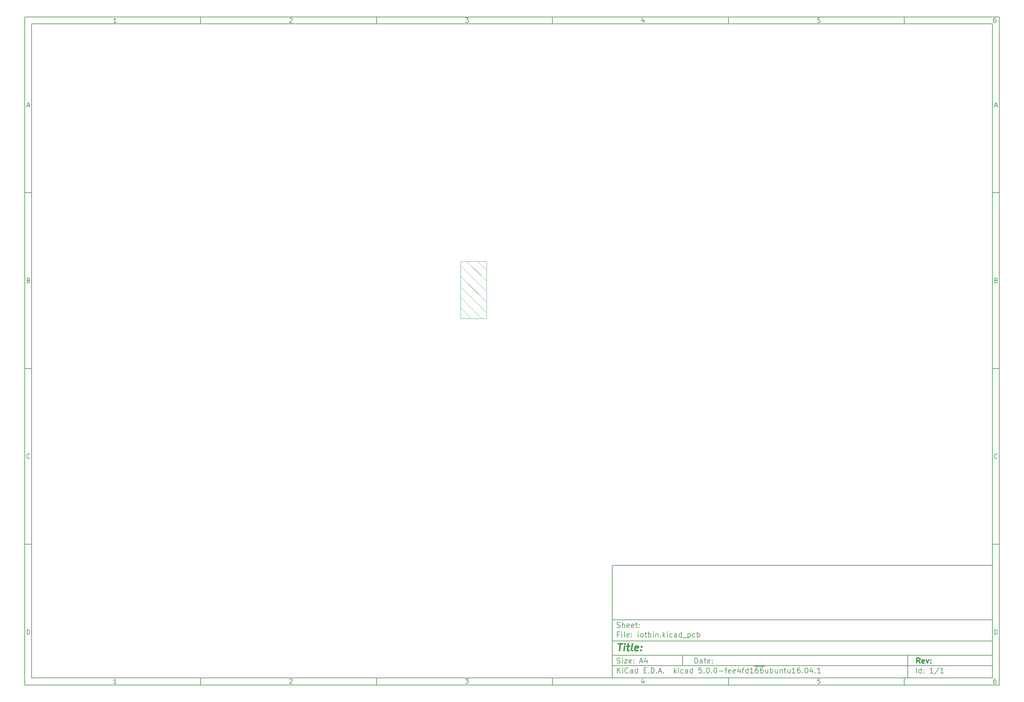
<source format=gbr>
G04 #@! TF.GenerationSoftware,KiCad,Pcbnew,5.0.0-fee4fd1~66~ubuntu16.04.1*
G04 #@! TF.CreationDate,2018-09-18T23:27:24+02:00*
G04 #@! TF.ProjectId,iotbin,696F7462696E2E6B696361645F706362,rev?*
G04 #@! TF.SameCoordinates,Original*
G04 #@! TF.FileFunction,Drawing*
%FSLAX46Y46*%
G04 Gerber Fmt 4.6, Leading zero omitted, Abs format (unit mm)*
G04 Created by KiCad (PCBNEW 5.0.0-fee4fd1~66~ubuntu16.04.1) date Tue Sep 18 23:27:24 2018*
%MOMM*%
%LPD*%
G01*
G04 APERTURE LIST*
%ADD10C,0.100000*%
%ADD11C,0.150000*%
%ADD12C,0.300000*%
%ADD13C,0.400000*%
%ADD14C,0.120000*%
G04 APERTURE END LIST*
D10*
D11*
X177002200Y-166007200D02*
X177002200Y-198007200D01*
X285002200Y-198007200D01*
X285002200Y-166007200D01*
X177002200Y-166007200D01*
D10*
D11*
X10000000Y-10000000D02*
X10000000Y-200007200D01*
X287002200Y-200007200D01*
X287002200Y-10000000D01*
X10000000Y-10000000D01*
D10*
D11*
X12000000Y-12000000D02*
X12000000Y-198007200D01*
X285002200Y-198007200D01*
X285002200Y-12000000D01*
X12000000Y-12000000D01*
D10*
D11*
X60000000Y-12000000D02*
X60000000Y-10000000D01*
D10*
D11*
X110000000Y-12000000D02*
X110000000Y-10000000D01*
D10*
D11*
X160000000Y-12000000D02*
X160000000Y-10000000D01*
D10*
D11*
X210000000Y-12000000D02*
X210000000Y-10000000D01*
D10*
D11*
X260000000Y-12000000D02*
X260000000Y-10000000D01*
D10*
D11*
X36065476Y-11588095D02*
X35322619Y-11588095D01*
X35694047Y-11588095D02*
X35694047Y-10288095D01*
X35570238Y-10473809D01*
X35446428Y-10597619D01*
X35322619Y-10659523D01*
D10*
D11*
X85322619Y-10411904D02*
X85384523Y-10350000D01*
X85508333Y-10288095D01*
X85817857Y-10288095D01*
X85941666Y-10350000D01*
X86003571Y-10411904D01*
X86065476Y-10535714D01*
X86065476Y-10659523D01*
X86003571Y-10845238D01*
X85260714Y-11588095D01*
X86065476Y-11588095D01*
D10*
D11*
X135260714Y-10288095D02*
X136065476Y-10288095D01*
X135632142Y-10783333D01*
X135817857Y-10783333D01*
X135941666Y-10845238D01*
X136003571Y-10907142D01*
X136065476Y-11030952D01*
X136065476Y-11340476D01*
X136003571Y-11464285D01*
X135941666Y-11526190D01*
X135817857Y-11588095D01*
X135446428Y-11588095D01*
X135322619Y-11526190D01*
X135260714Y-11464285D01*
D10*
D11*
X185941666Y-10721428D02*
X185941666Y-11588095D01*
X185632142Y-10226190D02*
X185322619Y-11154761D01*
X186127380Y-11154761D01*
D10*
D11*
X236003571Y-10288095D02*
X235384523Y-10288095D01*
X235322619Y-10907142D01*
X235384523Y-10845238D01*
X235508333Y-10783333D01*
X235817857Y-10783333D01*
X235941666Y-10845238D01*
X236003571Y-10907142D01*
X236065476Y-11030952D01*
X236065476Y-11340476D01*
X236003571Y-11464285D01*
X235941666Y-11526190D01*
X235817857Y-11588095D01*
X235508333Y-11588095D01*
X235384523Y-11526190D01*
X235322619Y-11464285D01*
D10*
D11*
X285941666Y-10288095D02*
X285694047Y-10288095D01*
X285570238Y-10350000D01*
X285508333Y-10411904D01*
X285384523Y-10597619D01*
X285322619Y-10845238D01*
X285322619Y-11340476D01*
X285384523Y-11464285D01*
X285446428Y-11526190D01*
X285570238Y-11588095D01*
X285817857Y-11588095D01*
X285941666Y-11526190D01*
X286003571Y-11464285D01*
X286065476Y-11340476D01*
X286065476Y-11030952D01*
X286003571Y-10907142D01*
X285941666Y-10845238D01*
X285817857Y-10783333D01*
X285570238Y-10783333D01*
X285446428Y-10845238D01*
X285384523Y-10907142D01*
X285322619Y-11030952D01*
D10*
D11*
X60000000Y-198007200D02*
X60000000Y-200007200D01*
D10*
D11*
X110000000Y-198007200D02*
X110000000Y-200007200D01*
D10*
D11*
X160000000Y-198007200D02*
X160000000Y-200007200D01*
D10*
D11*
X210000000Y-198007200D02*
X210000000Y-200007200D01*
D10*
D11*
X260000000Y-198007200D02*
X260000000Y-200007200D01*
D10*
D11*
X36065476Y-199595295D02*
X35322619Y-199595295D01*
X35694047Y-199595295D02*
X35694047Y-198295295D01*
X35570238Y-198481009D01*
X35446428Y-198604819D01*
X35322619Y-198666723D01*
D10*
D11*
X85322619Y-198419104D02*
X85384523Y-198357200D01*
X85508333Y-198295295D01*
X85817857Y-198295295D01*
X85941666Y-198357200D01*
X86003571Y-198419104D01*
X86065476Y-198542914D01*
X86065476Y-198666723D01*
X86003571Y-198852438D01*
X85260714Y-199595295D01*
X86065476Y-199595295D01*
D10*
D11*
X135260714Y-198295295D02*
X136065476Y-198295295D01*
X135632142Y-198790533D01*
X135817857Y-198790533D01*
X135941666Y-198852438D01*
X136003571Y-198914342D01*
X136065476Y-199038152D01*
X136065476Y-199347676D01*
X136003571Y-199471485D01*
X135941666Y-199533390D01*
X135817857Y-199595295D01*
X135446428Y-199595295D01*
X135322619Y-199533390D01*
X135260714Y-199471485D01*
D10*
D11*
X185941666Y-198728628D02*
X185941666Y-199595295D01*
X185632142Y-198233390D02*
X185322619Y-199161961D01*
X186127380Y-199161961D01*
D10*
D11*
X236003571Y-198295295D02*
X235384523Y-198295295D01*
X235322619Y-198914342D01*
X235384523Y-198852438D01*
X235508333Y-198790533D01*
X235817857Y-198790533D01*
X235941666Y-198852438D01*
X236003571Y-198914342D01*
X236065476Y-199038152D01*
X236065476Y-199347676D01*
X236003571Y-199471485D01*
X235941666Y-199533390D01*
X235817857Y-199595295D01*
X235508333Y-199595295D01*
X235384523Y-199533390D01*
X235322619Y-199471485D01*
D10*
D11*
X285941666Y-198295295D02*
X285694047Y-198295295D01*
X285570238Y-198357200D01*
X285508333Y-198419104D01*
X285384523Y-198604819D01*
X285322619Y-198852438D01*
X285322619Y-199347676D01*
X285384523Y-199471485D01*
X285446428Y-199533390D01*
X285570238Y-199595295D01*
X285817857Y-199595295D01*
X285941666Y-199533390D01*
X286003571Y-199471485D01*
X286065476Y-199347676D01*
X286065476Y-199038152D01*
X286003571Y-198914342D01*
X285941666Y-198852438D01*
X285817857Y-198790533D01*
X285570238Y-198790533D01*
X285446428Y-198852438D01*
X285384523Y-198914342D01*
X285322619Y-199038152D01*
D10*
D11*
X10000000Y-60000000D02*
X12000000Y-60000000D01*
D10*
D11*
X10000000Y-110000000D02*
X12000000Y-110000000D01*
D10*
D11*
X10000000Y-160000000D02*
X12000000Y-160000000D01*
D10*
D11*
X10690476Y-35216666D02*
X11309523Y-35216666D01*
X10566666Y-35588095D02*
X11000000Y-34288095D01*
X11433333Y-35588095D01*
D10*
D11*
X11092857Y-84907142D02*
X11278571Y-84969047D01*
X11340476Y-85030952D01*
X11402380Y-85154761D01*
X11402380Y-85340476D01*
X11340476Y-85464285D01*
X11278571Y-85526190D01*
X11154761Y-85588095D01*
X10659523Y-85588095D01*
X10659523Y-84288095D01*
X11092857Y-84288095D01*
X11216666Y-84350000D01*
X11278571Y-84411904D01*
X11340476Y-84535714D01*
X11340476Y-84659523D01*
X11278571Y-84783333D01*
X11216666Y-84845238D01*
X11092857Y-84907142D01*
X10659523Y-84907142D01*
D10*
D11*
X11402380Y-135464285D02*
X11340476Y-135526190D01*
X11154761Y-135588095D01*
X11030952Y-135588095D01*
X10845238Y-135526190D01*
X10721428Y-135402380D01*
X10659523Y-135278571D01*
X10597619Y-135030952D01*
X10597619Y-134845238D01*
X10659523Y-134597619D01*
X10721428Y-134473809D01*
X10845238Y-134350000D01*
X11030952Y-134288095D01*
X11154761Y-134288095D01*
X11340476Y-134350000D01*
X11402380Y-134411904D01*
D10*
D11*
X10659523Y-185588095D02*
X10659523Y-184288095D01*
X10969047Y-184288095D01*
X11154761Y-184350000D01*
X11278571Y-184473809D01*
X11340476Y-184597619D01*
X11402380Y-184845238D01*
X11402380Y-185030952D01*
X11340476Y-185278571D01*
X11278571Y-185402380D01*
X11154761Y-185526190D01*
X10969047Y-185588095D01*
X10659523Y-185588095D01*
D10*
D11*
X287002200Y-60000000D02*
X285002200Y-60000000D01*
D10*
D11*
X287002200Y-110000000D02*
X285002200Y-110000000D01*
D10*
D11*
X287002200Y-160000000D02*
X285002200Y-160000000D01*
D10*
D11*
X285692676Y-35216666D02*
X286311723Y-35216666D01*
X285568866Y-35588095D02*
X286002200Y-34288095D01*
X286435533Y-35588095D01*
D10*
D11*
X286095057Y-84907142D02*
X286280771Y-84969047D01*
X286342676Y-85030952D01*
X286404580Y-85154761D01*
X286404580Y-85340476D01*
X286342676Y-85464285D01*
X286280771Y-85526190D01*
X286156961Y-85588095D01*
X285661723Y-85588095D01*
X285661723Y-84288095D01*
X286095057Y-84288095D01*
X286218866Y-84350000D01*
X286280771Y-84411904D01*
X286342676Y-84535714D01*
X286342676Y-84659523D01*
X286280771Y-84783333D01*
X286218866Y-84845238D01*
X286095057Y-84907142D01*
X285661723Y-84907142D01*
D10*
D11*
X286404580Y-135464285D02*
X286342676Y-135526190D01*
X286156961Y-135588095D01*
X286033152Y-135588095D01*
X285847438Y-135526190D01*
X285723628Y-135402380D01*
X285661723Y-135278571D01*
X285599819Y-135030952D01*
X285599819Y-134845238D01*
X285661723Y-134597619D01*
X285723628Y-134473809D01*
X285847438Y-134350000D01*
X286033152Y-134288095D01*
X286156961Y-134288095D01*
X286342676Y-134350000D01*
X286404580Y-134411904D01*
D10*
D11*
X285661723Y-185588095D02*
X285661723Y-184288095D01*
X285971247Y-184288095D01*
X286156961Y-184350000D01*
X286280771Y-184473809D01*
X286342676Y-184597619D01*
X286404580Y-184845238D01*
X286404580Y-185030952D01*
X286342676Y-185278571D01*
X286280771Y-185402380D01*
X286156961Y-185526190D01*
X285971247Y-185588095D01*
X285661723Y-185588095D01*
D10*
D11*
X200434342Y-193785771D02*
X200434342Y-192285771D01*
X200791485Y-192285771D01*
X201005771Y-192357200D01*
X201148628Y-192500057D01*
X201220057Y-192642914D01*
X201291485Y-192928628D01*
X201291485Y-193142914D01*
X201220057Y-193428628D01*
X201148628Y-193571485D01*
X201005771Y-193714342D01*
X200791485Y-193785771D01*
X200434342Y-193785771D01*
X202577200Y-193785771D02*
X202577200Y-193000057D01*
X202505771Y-192857200D01*
X202362914Y-192785771D01*
X202077200Y-192785771D01*
X201934342Y-192857200D01*
X202577200Y-193714342D02*
X202434342Y-193785771D01*
X202077200Y-193785771D01*
X201934342Y-193714342D01*
X201862914Y-193571485D01*
X201862914Y-193428628D01*
X201934342Y-193285771D01*
X202077200Y-193214342D01*
X202434342Y-193214342D01*
X202577200Y-193142914D01*
X203077200Y-192785771D02*
X203648628Y-192785771D01*
X203291485Y-192285771D02*
X203291485Y-193571485D01*
X203362914Y-193714342D01*
X203505771Y-193785771D01*
X203648628Y-193785771D01*
X204720057Y-193714342D02*
X204577200Y-193785771D01*
X204291485Y-193785771D01*
X204148628Y-193714342D01*
X204077200Y-193571485D01*
X204077200Y-193000057D01*
X204148628Y-192857200D01*
X204291485Y-192785771D01*
X204577200Y-192785771D01*
X204720057Y-192857200D01*
X204791485Y-193000057D01*
X204791485Y-193142914D01*
X204077200Y-193285771D01*
X205434342Y-193642914D02*
X205505771Y-193714342D01*
X205434342Y-193785771D01*
X205362914Y-193714342D01*
X205434342Y-193642914D01*
X205434342Y-193785771D01*
X205434342Y-192857200D02*
X205505771Y-192928628D01*
X205434342Y-193000057D01*
X205362914Y-192928628D01*
X205434342Y-192857200D01*
X205434342Y-193000057D01*
D10*
D11*
X177002200Y-194507200D02*
X285002200Y-194507200D01*
D10*
D11*
X178434342Y-196585771D02*
X178434342Y-195085771D01*
X179291485Y-196585771D02*
X178648628Y-195728628D01*
X179291485Y-195085771D02*
X178434342Y-195942914D01*
X179934342Y-196585771D02*
X179934342Y-195585771D01*
X179934342Y-195085771D02*
X179862914Y-195157200D01*
X179934342Y-195228628D01*
X180005771Y-195157200D01*
X179934342Y-195085771D01*
X179934342Y-195228628D01*
X181505771Y-196442914D02*
X181434342Y-196514342D01*
X181220057Y-196585771D01*
X181077200Y-196585771D01*
X180862914Y-196514342D01*
X180720057Y-196371485D01*
X180648628Y-196228628D01*
X180577200Y-195942914D01*
X180577200Y-195728628D01*
X180648628Y-195442914D01*
X180720057Y-195300057D01*
X180862914Y-195157200D01*
X181077200Y-195085771D01*
X181220057Y-195085771D01*
X181434342Y-195157200D01*
X181505771Y-195228628D01*
X182791485Y-196585771D02*
X182791485Y-195800057D01*
X182720057Y-195657200D01*
X182577200Y-195585771D01*
X182291485Y-195585771D01*
X182148628Y-195657200D01*
X182791485Y-196514342D02*
X182648628Y-196585771D01*
X182291485Y-196585771D01*
X182148628Y-196514342D01*
X182077200Y-196371485D01*
X182077200Y-196228628D01*
X182148628Y-196085771D01*
X182291485Y-196014342D01*
X182648628Y-196014342D01*
X182791485Y-195942914D01*
X184148628Y-196585771D02*
X184148628Y-195085771D01*
X184148628Y-196514342D02*
X184005771Y-196585771D01*
X183720057Y-196585771D01*
X183577200Y-196514342D01*
X183505771Y-196442914D01*
X183434342Y-196300057D01*
X183434342Y-195871485D01*
X183505771Y-195728628D01*
X183577200Y-195657200D01*
X183720057Y-195585771D01*
X184005771Y-195585771D01*
X184148628Y-195657200D01*
X186005771Y-195800057D02*
X186505771Y-195800057D01*
X186720057Y-196585771D02*
X186005771Y-196585771D01*
X186005771Y-195085771D01*
X186720057Y-195085771D01*
X187362914Y-196442914D02*
X187434342Y-196514342D01*
X187362914Y-196585771D01*
X187291485Y-196514342D01*
X187362914Y-196442914D01*
X187362914Y-196585771D01*
X188077200Y-196585771D02*
X188077200Y-195085771D01*
X188434342Y-195085771D01*
X188648628Y-195157200D01*
X188791485Y-195300057D01*
X188862914Y-195442914D01*
X188934342Y-195728628D01*
X188934342Y-195942914D01*
X188862914Y-196228628D01*
X188791485Y-196371485D01*
X188648628Y-196514342D01*
X188434342Y-196585771D01*
X188077200Y-196585771D01*
X189577200Y-196442914D02*
X189648628Y-196514342D01*
X189577200Y-196585771D01*
X189505771Y-196514342D01*
X189577200Y-196442914D01*
X189577200Y-196585771D01*
X190220057Y-196157200D02*
X190934342Y-196157200D01*
X190077200Y-196585771D02*
X190577200Y-195085771D01*
X191077200Y-196585771D01*
X191577200Y-196442914D02*
X191648628Y-196514342D01*
X191577200Y-196585771D01*
X191505771Y-196514342D01*
X191577200Y-196442914D01*
X191577200Y-196585771D01*
X194577200Y-196585771D02*
X194577200Y-195085771D01*
X194720057Y-196014342D02*
X195148628Y-196585771D01*
X195148628Y-195585771D02*
X194577200Y-196157200D01*
X195791485Y-196585771D02*
X195791485Y-195585771D01*
X195791485Y-195085771D02*
X195720057Y-195157200D01*
X195791485Y-195228628D01*
X195862914Y-195157200D01*
X195791485Y-195085771D01*
X195791485Y-195228628D01*
X197148628Y-196514342D02*
X197005771Y-196585771D01*
X196720057Y-196585771D01*
X196577200Y-196514342D01*
X196505771Y-196442914D01*
X196434342Y-196300057D01*
X196434342Y-195871485D01*
X196505771Y-195728628D01*
X196577200Y-195657200D01*
X196720057Y-195585771D01*
X197005771Y-195585771D01*
X197148628Y-195657200D01*
X198434342Y-196585771D02*
X198434342Y-195800057D01*
X198362914Y-195657200D01*
X198220057Y-195585771D01*
X197934342Y-195585771D01*
X197791485Y-195657200D01*
X198434342Y-196514342D02*
X198291485Y-196585771D01*
X197934342Y-196585771D01*
X197791485Y-196514342D01*
X197720057Y-196371485D01*
X197720057Y-196228628D01*
X197791485Y-196085771D01*
X197934342Y-196014342D01*
X198291485Y-196014342D01*
X198434342Y-195942914D01*
X199791485Y-196585771D02*
X199791485Y-195085771D01*
X199791485Y-196514342D02*
X199648628Y-196585771D01*
X199362914Y-196585771D01*
X199220057Y-196514342D01*
X199148628Y-196442914D01*
X199077200Y-196300057D01*
X199077200Y-195871485D01*
X199148628Y-195728628D01*
X199220057Y-195657200D01*
X199362914Y-195585771D01*
X199648628Y-195585771D01*
X199791485Y-195657200D01*
X202362914Y-195085771D02*
X201648628Y-195085771D01*
X201577200Y-195800057D01*
X201648628Y-195728628D01*
X201791485Y-195657200D01*
X202148628Y-195657200D01*
X202291485Y-195728628D01*
X202362914Y-195800057D01*
X202434342Y-195942914D01*
X202434342Y-196300057D01*
X202362914Y-196442914D01*
X202291485Y-196514342D01*
X202148628Y-196585771D01*
X201791485Y-196585771D01*
X201648628Y-196514342D01*
X201577200Y-196442914D01*
X203077200Y-196442914D02*
X203148628Y-196514342D01*
X203077200Y-196585771D01*
X203005771Y-196514342D01*
X203077200Y-196442914D01*
X203077200Y-196585771D01*
X204077200Y-195085771D02*
X204220057Y-195085771D01*
X204362914Y-195157200D01*
X204434342Y-195228628D01*
X204505771Y-195371485D01*
X204577200Y-195657200D01*
X204577200Y-196014342D01*
X204505771Y-196300057D01*
X204434342Y-196442914D01*
X204362914Y-196514342D01*
X204220057Y-196585771D01*
X204077200Y-196585771D01*
X203934342Y-196514342D01*
X203862914Y-196442914D01*
X203791485Y-196300057D01*
X203720057Y-196014342D01*
X203720057Y-195657200D01*
X203791485Y-195371485D01*
X203862914Y-195228628D01*
X203934342Y-195157200D01*
X204077200Y-195085771D01*
X205220057Y-196442914D02*
X205291485Y-196514342D01*
X205220057Y-196585771D01*
X205148628Y-196514342D01*
X205220057Y-196442914D01*
X205220057Y-196585771D01*
X206220057Y-195085771D02*
X206362914Y-195085771D01*
X206505771Y-195157200D01*
X206577200Y-195228628D01*
X206648628Y-195371485D01*
X206720057Y-195657200D01*
X206720057Y-196014342D01*
X206648628Y-196300057D01*
X206577200Y-196442914D01*
X206505771Y-196514342D01*
X206362914Y-196585771D01*
X206220057Y-196585771D01*
X206077200Y-196514342D01*
X206005771Y-196442914D01*
X205934342Y-196300057D01*
X205862914Y-196014342D01*
X205862914Y-195657200D01*
X205934342Y-195371485D01*
X206005771Y-195228628D01*
X206077200Y-195157200D01*
X206220057Y-195085771D01*
X207362914Y-196014342D02*
X208505771Y-196014342D01*
X209005771Y-195585771D02*
X209577200Y-195585771D01*
X209220057Y-196585771D02*
X209220057Y-195300057D01*
X209291485Y-195157200D01*
X209434342Y-195085771D01*
X209577200Y-195085771D01*
X210648628Y-196514342D02*
X210505771Y-196585771D01*
X210220057Y-196585771D01*
X210077200Y-196514342D01*
X210005771Y-196371485D01*
X210005771Y-195800057D01*
X210077200Y-195657200D01*
X210220057Y-195585771D01*
X210505771Y-195585771D01*
X210648628Y-195657200D01*
X210720057Y-195800057D01*
X210720057Y-195942914D01*
X210005771Y-196085771D01*
X211934342Y-196514342D02*
X211791485Y-196585771D01*
X211505771Y-196585771D01*
X211362914Y-196514342D01*
X211291485Y-196371485D01*
X211291485Y-195800057D01*
X211362914Y-195657200D01*
X211505771Y-195585771D01*
X211791485Y-195585771D01*
X211934342Y-195657200D01*
X212005771Y-195800057D01*
X212005771Y-195942914D01*
X211291485Y-196085771D01*
X213291485Y-195585771D02*
X213291485Y-196585771D01*
X212934342Y-195014342D02*
X212577200Y-196085771D01*
X213505771Y-196085771D01*
X213862914Y-195585771D02*
X214434342Y-195585771D01*
X214077200Y-196585771D02*
X214077200Y-195300057D01*
X214148628Y-195157200D01*
X214291485Y-195085771D01*
X214434342Y-195085771D01*
X215577200Y-196585771D02*
X215577200Y-195085771D01*
X215577200Y-196514342D02*
X215434342Y-196585771D01*
X215148628Y-196585771D01*
X215005771Y-196514342D01*
X214934342Y-196442914D01*
X214862914Y-196300057D01*
X214862914Y-195871485D01*
X214934342Y-195728628D01*
X215005771Y-195657200D01*
X215148628Y-195585771D01*
X215434342Y-195585771D01*
X215577200Y-195657200D01*
X217077200Y-196585771D02*
X216220057Y-196585771D01*
X216648628Y-196585771D02*
X216648628Y-195085771D01*
X216505771Y-195300057D01*
X216362914Y-195442914D01*
X216220057Y-195514342D01*
X217362914Y-194677200D02*
X218791485Y-194677200D01*
X218362914Y-195085771D02*
X218077200Y-195085771D01*
X217934342Y-195157200D01*
X217862914Y-195228628D01*
X217720057Y-195442914D01*
X217648628Y-195728628D01*
X217648628Y-196300057D01*
X217720057Y-196442914D01*
X217791485Y-196514342D01*
X217934342Y-196585771D01*
X218220057Y-196585771D01*
X218362914Y-196514342D01*
X218434342Y-196442914D01*
X218505771Y-196300057D01*
X218505771Y-195942914D01*
X218434342Y-195800057D01*
X218362914Y-195728628D01*
X218220057Y-195657200D01*
X217934342Y-195657200D01*
X217791485Y-195728628D01*
X217720057Y-195800057D01*
X217648628Y-195942914D01*
X218791485Y-194677200D02*
X220220057Y-194677200D01*
X219791485Y-195085771D02*
X219505771Y-195085771D01*
X219362914Y-195157200D01*
X219291485Y-195228628D01*
X219148628Y-195442914D01*
X219077200Y-195728628D01*
X219077200Y-196300057D01*
X219148628Y-196442914D01*
X219220057Y-196514342D01*
X219362914Y-196585771D01*
X219648628Y-196585771D01*
X219791485Y-196514342D01*
X219862914Y-196442914D01*
X219934342Y-196300057D01*
X219934342Y-195942914D01*
X219862914Y-195800057D01*
X219791485Y-195728628D01*
X219648628Y-195657200D01*
X219362914Y-195657200D01*
X219220057Y-195728628D01*
X219148628Y-195800057D01*
X219077200Y-195942914D01*
X221220057Y-195585771D02*
X221220057Y-196585771D01*
X220577200Y-195585771D02*
X220577200Y-196371485D01*
X220648628Y-196514342D01*
X220791485Y-196585771D01*
X221005771Y-196585771D01*
X221148628Y-196514342D01*
X221220057Y-196442914D01*
X221934342Y-196585771D02*
X221934342Y-195085771D01*
X221934342Y-195657200D02*
X222077200Y-195585771D01*
X222362914Y-195585771D01*
X222505771Y-195657200D01*
X222577200Y-195728628D01*
X222648628Y-195871485D01*
X222648628Y-196300057D01*
X222577200Y-196442914D01*
X222505771Y-196514342D01*
X222362914Y-196585771D01*
X222077200Y-196585771D01*
X221934342Y-196514342D01*
X223934342Y-195585771D02*
X223934342Y-196585771D01*
X223291485Y-195585771D02*
X223291485Y-196371485D01*
X223362914Y-196514342D01*
X223505771Y-196585771D01*
X223720057Y-196585771D01*
X223862914Y-196514342D01*
X223934342Y-196442914D01*
X224648628Y-195585771D02*
X224648628Y-196585771D01*
X224648628Y-195728628D02*
X224720057Y-195657200D01*
X224862914Y-195585771D01*
X225077200Y-195585771D01*
X225220057Y-195657200D01*
X225291485Y-195800057D01*
X225291485Y-196585771D01*
X225791485Y-195585771D02*
X226362914Y-195585771D01*
X226005771Y-195085771D02*
X226005771Y-196371485D01*
X226077200Y-196514342D01*
X226220057Y-196585771D01*
X226362914Y-196585771D01*
X227505771Y-195585771D02*
X227505771Y-196585771D01*
X226862914Y-195585771D02*
X226862914Y-196371485D01*
X226934342Y-196514342D01*
X227077200Y-196585771D01*
X227291485Y-196585771D01*
X227434342Y-196514342D01*
X227505771Y-196442914D01*
X229005771Y-196585771D02*
X228148628Y-196585771D01*
X228577200Y-196585771D02*
X228577200Y-195085771D01*
X228434342Y-195300057D01*
X228291485Y-195442914D01*
X228148628Y-195514342D01*
X230291485Y-195085771D02*
X230005771Y-195085771D01*
X229862914Y-195157200D01*
X229791485Y-195228628D01*
X229648628Y-195442914D01*
X229577200Y-195728628D01*
X229577200Y-196300057D01*
X229648628Y-196442914D01*
X229720057Y-196514342D01*
X229862914Y-196585771D01*
X230148628Y-196585771D01*
X230291485Y-196514342D01*
X230362914Y-196442914D01*
X230434342Y-196300057D01*
X230434342Y-195942914D01*
X230362914Y-195800057D01*
X230291485Y-195728628D01*
X230148628Y-195657200D01*
X229862914Y-195657200D01*
X229720057Y-195728628D01*
X229648628Y-195800057D01*
X229577200Y-195942914D01*
X231077200Y-196442914D02*
X231148628Y-196514342D01*
X231077200Y-196585771D01*
X231005771Y-196514342D01*
X231077200Y-196442914D01*
X231077200Y-196585771D01*
X232077200Y-195085771D02*
X232220057Y-195085771D01*
X232362914Y-195157200D01*
X232434342Y-195228628D01*
X232505771Y-195371485D01*
X232577200Y-195657200D01*
X232577200Y-196014342D01*
X232505771Y-196300057D01*
X232434342Y-196442914D01*
X232362914Y-196514342D01*
X232220057Y-196585771D01*
X232077200Y-196585771D01*
X231934342Y-196514342D01*
X231862914Y-196442914D01*
X231791485Y-196300057D01*
X231720057Y-196014342D01*
X231720057Y-195657200D01*
X231791485Y-195371485D01*
X231862914Y-195228628D01*
X231934342Y-195157200D01*
X232077200Y-195085771D01*
X233862914Y-195585771D02*
X233862914Y-196585771D01*
X233505771Y-195014342D02*
X233148628Y-196085771D01*
X234077200Y-196085771D01*
X234648628Y-196442914D02*
X234720057Y-196514342D01*
X234648628Y-196585771D01*
X234577200Y-196514342D01*
X234648628Y-196442914D01*
X234648628Y-196585771D01*
X236148628Y-196585771D02*
X235291485Y-196585771D01*
X235720057Y-196585771D02*
X235720057Y-195085771D01*
X235577200Y-195300057D01*
X235434342Y-195442914D01*
X235291485Y-195514342D01*
D10*
D11*
X177002200Y-191507200D02*
X285002200Y-191507200D01*
D10*
D12*
X264411485Y-193785771D02*
X263911485Y-193071485D01*
X263554342Y-193785771D02*
X263554342Y-192285771D01*
X264125771Y-192285771D01*
X264268628Y-192357200D01*
X264340057Y-192428628D01*
X264411485Y-192571485D01*
X264411485Y-192785771D01*
X264340057Y-192928628D01*
X264268628Y-193000057D01*
X264125771Y-193071485D01*
X263554342Y-193071485D01*
X265625771Y-193714342D02*
X265482914Y-193785771D01*
X265197200Y-193785771D01*
X265054342Y-193714342D01*
X264982914Y-193571485D01*
X264982914Y-193000057D01*
X265054342Y-192857200D01*
X265197200Y-192785771D01*
X265482914Y-192785771D01*
X265625771Y-192857200D01*
X265697200Y-193000057D01*
X265697200Y-193142914D01*
X264982914Y-193285771D01*
X266197200Y-192785771D02*
X266554342Y-193785771D01*
X266911485Y-192785771D01*
X267482914Y-193642914D02*
X267554342Y-193714342D01*
X267482914Y-193785771D01*
X267411485Y-193714342D01*
X267482914Y-193642914D01*
X267482914Y-193785771D01*
X267482914Y-192857200D02*
X267554342Y-192928628D01*
X267482914Y-193000057D01*
X267411485Y-192928628D01*
X267482914Y-192857200D01*
X267482914Y-193000057D01*
D10*
D11*
X178362914Y-193714342D02*
X178577200Y-193785771D01*
X178934342Y-193785771D01*
X179077200Y-193714342D01*
X179148628Y-193642914D01*
X179220057Y-193500057D01*
X179220057Y-193357200D01*
X179148628Y-193214342D01*
X179077200Y-193142914D01*
X178934342Y-193071485D01*
X178648628Y-193000057D01*
X178505771Y-192928628D01*
X178434342Y-192857200D01*
X178362914Y-192714342D01*
X178362914Y-192571485D01*
X178434342Y-192428628D01*
X178505771Y-192357200D01*
X178648628Y-192285771D01*
X179005771Y-192285771D01*
X179220057Y-192357200D01*
X179862914Y-193785771D02*
X179862914Y-192785771D01*
X179862914Y-192285771D02*
X179791485Y-192357200D01*
X179862914Y-192428628D01*
X179934342Y-192357200D01*
X179862914Y-192285771D01*
X179862914Y-192428628D01*
X180434342Y-192785771D02*
X181220057Y-192785771D01*
X180434342Y-193785771D01*
X181220057Y-193785771D01*
X182362914Y-193714342D02*
X182220057Y-193785771D01*
X181934342Y-193785771D01*
X181791485Y-193714342D01*
X181720057Y-193571485D01*
X181720057Y-193000057D01*
X181791485Y-192857200D01*
X181934342Y-192785771D01*
X182220057Y-192785771D01*
X182362914Y-192857200D01*
X182434342Y-193000057D01*
X182434342Y-193142914D01*
X181720057Y-193285771D01*
X183077200Y-193642914D02*
X183148628Y-193714342D01*
X183077200Y-193785771D01*
X183005771Y-193714342D01*
X183077200Y-193642914D01*
X183077200Y-193785771D01*
X183077200Y-192857200D02*
X183148628Y-192928628D01*
X183077200Y-193000057D01*
X183005771Y-192928628D01*
X183077200Y-192857200D01*
X183077200Y-193000057D01*
X184862914Y-193357200D02*
X185577200Y-193357200D01*
X184720057Y-193785771D02*
X185220057Y-192285771D01*
X185720057Y-193785771D01*
X186862914Y-192785771D02*
X186862914Y-193785771D01*
X186505771Y-192214342D02*
X186148628Y-193285771D01*
X187077200Y-193285771D01*
D10*
D11*
X263434342Y-196585771D02*
X263434342Y-195085771D01*
X264791485Y-196585771D02*
X264791485Y-195085771D01*
X264791485Y-196514342D02*
X264648628Y-196585771D01*
X264362914Y-196585771D01*
X264220057Y-196514342D01*
X264148628Y-196442914D01*
X264077200Y-196300057D01*
X264077200Y-195871485D01*
X264148628Y-195728628D01*
X264220057Y-195657200D01*
X264362914Y-195585771D01*
X264648628Y-195585771D01*
X264791485Y-195657200D01*
X265505771Y-196442914D02*
X265577200Y-196514342D01*
X265505771Y-196585771D01*
X265434342Y-196514342D01*
X265505771Y-196442914D01*
X265505771Y-196585771D01*
X265505771Y-195657200D02*
X265577200Y-195728628D01*
X265505771Y-195800057D01*
X265434342Y-195728628D01*
X265505771Y-195657200D01*
X265505771Y-195800057D01*
X268148628Y-196585771D02*
X267291485Y-196585771D01*
X267720057Y-196585771D02*
X267720057Y-195085771D01*
X267577200Y-195300057D01*
X267434342Y-195442914D01*
X267291485Y-195514342D01*
X269862914Y-195014342D02*
X268577200Y-196942914D01*
X271148628Y-196585771D02*
X270291485Y-196585771D01*
X270720057Y-196585771D02*
X270720057Y-195085771D01*
X270577200Y-195300057D01*
X270434342Y-195442914D01*
X270291485Y-195514342D01*
D10*
D11*
X177002200Y-187507200D02*
X285002200Y-187507200D01*
D10*
D13*
X178714580Y-188211961D02*
X179857438Y-188211961D01*
X179036009Y-190211961D02*
X179286009Y-188211961D01*
X180274104Y-190211961D02*
X180440771Y-188878628D01*
X180524104Y-188211961D02*
X180416961Y-188307200D01*
X180500295Y-188402438D01*
X180607438Y-188307200D01*
X180524104Y-188211961D01*
X180500295Y-188402438D01*
X181107438Y-188878628D02*
X181869342Y-188878628D01*
X181476485Y-188211961D02*
X181262200Y-189926247D01*
X181333628Y-190116723D01*
X181512200Y-190211961D01*
X181702676Y-190211961D01*
X182655057Y-190211961D02*
X182476485Y-190116723D01*
X182405057Y-189926247D01*
X182619342Y-188211961D01*
X184190771Y-190116723D02*
X183988390Y-190211961D01*
X183607438Y-190211961D01*
X183428866Y-190116723D01*
X183357438Y-189926247D01*
X183452676Y-189164342D01*
X183571723Y-188973866D01*
X183774104Y-188878628D01*
X184155057Y-188878628D01*
X184333628Y-188973866D01*
X184405057Y-189164342D01*
X184381247Y-189354819D01*
X183405057Y-189545295D01*
X185155057Y-190021485D02*
X185238390Y-190116723D01*
X185131247Y-190211961D01*
X185047914Y-190116723D01*
X185155057Y-190021485D01*
X185131247Y-190211961D01*
X185286009Y-188973866D02*
X185369342Y-189069104D01*
X185262200Y-189164342D01*
X185178866Y-189069104D01*
X185286009Y-188973866D01*
X185262200Y-189164342D01*
D10*
D11*
X178934342Y-185600057D02*
X178434342Y-185600057D01*
X178434342Y-186385771D02*
X178434342Y-184885771D01*
X179148628Y-184885771D01*
X179720057Y-186385771D02*
X179720057Y-185385771D01*
X179720057Y-184885771D02*
X179648628Y-184957200D01*
X179720057Y-185028628D01*
X179791485Y-184957200D01*
X179720057Y-184885771D01*
X179720057Y-185028628D01*
X180648628Y-186385771D02*
X180505771Y-186314342D01*
X180434342Y-186171485D01*
X180434342Y-184885771D01*
X181791485Y-186314342D02*
X181648628Y-186385771D01*
X181362914Y-186385771D01*
X181220057Y-186314342D01*
X181148628Y-186171485D01*
X181148628Y-185600057D01*
X181220057Y-185457200D01*
X181362914Y-185385771D01*
X181648628Y-185385771D01*
X181791485Y-185457200D01*
X181862914Y-185600057D01*
X181862914Y-185742914D01*
X181148628Y-185885771D01*
X182505771Y-186242914D02*
X182577200Y-186314342D01*
X182505771Y-186385771D01*
X182434342Y-186314342D01*
X182505771Y-186242914D01*
X182505771Y-186385771D01*
X182505771Y-185457200D02*
X182577200Y-185528628D01*
X182505771Y-185600057D01*
X182434342Y-185528628D01*
X182505771Y-185457200D01*
X182505771Y-185600057D01*
X184362914Y-186385771D02*
X184362914Y-185385771D01*
X184362914Y-184885771D02*
X184291485Y-184957200D01*
X184362914Y-185028628D01*
X184434342Y-184957200D01*
X184362914Y-184885771D01*
X184362914Y-185028628D01*
X185291485Y-186385771D02*
X185148628Y-186314342D01*
X185077200Y-186242914D01*
X185005771Y-186100057D01*
X185005771Y-185671485D01*
X185077200Y-185528628D01*
X185148628Y-185457200D01*
X185291485Y-185385771D01*
X185505771Y-185385771D01*
X185648628Y-185457200D01*
X185720057Y-185528628D01*
X185791485Y-185671485D01*
X185791485Y-186100057D01*
X185720057Y-186242914D01*
X185648628Y-186314342D01*
X185505771Y-186385771D01*
X185291485Y-186385771D01*
X186220057Y-185385771D02*
X186791485Y-185385771D01*
X186434342Y-184885771D02*
X186434342Y-186171485D01*
X186505771Y-186314342D01*
X186648628Y-186385771D01*
X186791485Y-186385771D01*
X187291485Y-186385771D02*
X187291485Y-184885771D01*
X187291485Y-185457200D02*
X187434342Y-185385771D01*
X187720057Y-185385771D01*
X187862914Y-185457200D01*
X187934342Y-185528628D01*
X188005771Y-185671485D01*
X188005771Y-186100057D01*
X187934342Y-186242914D01*
X187862914Y-186314342D01*
X187720057Y-186385771D01*
X187434342Y-186385771D01*
X187291485Y-186314342D01*
X188648628Y-186385771D02*
X188648628Y-185385771D01*
X188648628Y-184885771D02*
X188577200Y-184957200D01*
X188648628Y-185028628D01*
X188720057Y-184957200D01*
X188648628Y-184885771D01*
X188648628Y-185028628D01*
X189362914Y-185385771D02*
X189362914Y-186385771D01*
X189362914Y-185528628D02*
X189434342Y-185457200D01*
X189577200Y-185385771D01*
X189791485Y-185385771D01*
X189934342Y-185457200D01*
X190005771Y-185600057D01*
X190005771Y-186385771D01*
X190720057Y-186242914D02*
X190791485Y-186314342D01*
X190720057Y-186385771D01*
X190648628Y-186314342D01*
X190720057Y-186242914D01*
X190720057Y-186385771D01*
X191434342Y-186385771D02*
X191434342Y-184885771D01*
X191577200Y-185814342D02*
X192005771Y-186385771D01*
X192005771Y-185385771D02*
X191434342Y-185957200D01*
X192648628Y-186385771D02*
X192648628Y-185385771D01*
X192648628Y-184885771D02*
X192577200Y-184957200D01*
X192648628Y-185028628D01*
X192720057Y-184957200D01*
X192648628Y-184885771D01*
X192648628Y-185028628D01*
X194005771Y-186314342D02*
X193862914Y-186385771D01*
X193577200Y-186385771D01*
X193434342Y-186314342D01*
X193362914Y-186242914D01*
X193291485Y-186100057D01*
X193291485Y-185671485D01*
X193362914Y-185528628D01*
X193434342Y-185457200D01*
X193577200Y-185385771D01*
X193862914Y-185385771D01*
X194005771Y-185457200D01*
X195291485Y-186385771D02*
X195291485Y-185600057D01*
X195220057Y-185457200D01*
X195077200Y-185385771D01*
X194791485Y-185385771D01*
X194648628Y-185457200D01*
X195291485Y-186314342D02*
X195148628Y-186385771D01*
X194791485Y-186385771D01*
X194648628Y-186314342D01*
X194577200Y-186171485D01*
X194577200Y-186028628D01*
X194648628Y-185885771D01*
X194791485Y-185814342D01*
X195148628Y-185814342D01*
X195291485Y-185742914D01*
X196648628Y-186385771D02*
X196648628Y-184885771D01*
X196648628Y-186314342D02*
X196505771Y-186385771D01*
X196220057Y-186385771D01*
X196077200Y-186314342D01*
X196005771Y-186242914D01*
X195934342Y-186100057D01*
X195934342Y-185671485D01*
X196005771Y-185528628D01*
X196077200Y-185457200D01*
X196220057Y-185385771D01*
X196505771Y-185385771D01*
X196648628Y-185457200D01*
X197005771Y-186528628D02*
X198148628Y-186528628D01*
X198505771Y-185385771D02*
X198505771Y-186885771D01*
X198505771Y-185457200D02*
X198648628Y-185385771D01*
X198934342Y-185385771D01*
X199077200Y-185457200D01*
X199148628Y-185528628D01*
X199220057Y-185671485D01*
X199220057Y-186100057D01*
X199148628Y-186242914D01*
X199077200Y-186314342D01*
X198934342Y-186385771D01*
X198648628Y-186385771D01*
X198505771Y-186314342D01*
X200505771Y-186314342D02*
X200362914Y-186385771D01*
X200077200Y-186385771D01*
X199934342Y-186314342D01*
X199862914Y-186242914D01*
X199791485Y-186100057D01*
X199791485Y-185671485D01*
X199862914Y-185528628D01*
X199934342Y-185457200D01*
X200077200Y-185385771D01*
X200362914Y-185385771D01*
X200505771Y-185457200D01*
X201148628Y-186385771D02*
X201148628Y-184885771D01*
X201148628Y-185457200D02*
X201291485Y-185385771D01*
X201577200Y-185385771D01*
X201720057Y-185457200D01*
X201791485Y-185528628D01*
X201862914Y-185671485D01*
X201862914Y-186100057D01*
X201791485Y-186242914D01*
X201720057Y-186314342D01*
X201577200Y-186385771D01*
X201291485Y-186385771D01*
X201148628Y-186314342D01*
D10*
D11*
X177002200Y-181507200D02*
X285002200Y-181507200D01*
D10*
D11*
X178362914Y-183614342D02*
X178577200Y-183685771D01*
X178934342Y-183685771D01*
X179077200Y-183614342D01*
X179148628Y-183542914D01*
X179220057Y-183400057D01*
X179220057Y-183257200D01*
X179148628Y-183114342D01*
X179077200Y-183042914D01*
X178934342Y-182971485D01*
X178648628Y-182900057D01*
X178505771Y-182828628D01*
X178434342Y-182757200D01*
X178362914Y-182614342D01*
X178362914Y-182471485D01*
X178434342Y-182328628D01*
X178505771Y-182257200D01*
X178648628Y-182185771D01*
X179005771Y-182185771D01*
X179220057Y-182257200D01*
X179862914Y-183685771D02*
X179862914Y-182185771D01*
X180505771Y-183685771D02*
X180505771Y-182900057D01*
X180434342Y-182757200D01*
X180291485Y-182685771D01*
X180077200Y-182685771D01*
X179934342Y-182757200D01*
X179862914Y-182828628D01*
X181791485Y-183614342D02*
X181648628Y-183685771D01*
X181362914Y-183685771D01*
X181220057Y-183614342D01*
X181148628Y-183471485D01*
X181148628Y-182900057D01*
X181220057Y-182757200D01*
X181362914Y-182685771D01*
X181648628Y-182685771D01*
X181791485Y-182757200D01*
X181862914Y-182900057D01*
X181862914Y-183042914D01*
X181148628Y-183185771D01*
X183077200Y-183614342D02*
X182934342Y-183685771D01*
X182648628Y-183685771D01*
X182505771Y-183614342D01*
X182434342Y-183471485D01*
X182434342Y-182900057D01*
X182505771Y-182757200D01*
X182648628Y-182685771D01*
X182934342Y-182685771D01*
X183077200Y-182757200D01*
X183148628Y-182900057D01*
X183148628Y-183042914D01*
X182434342Y-183185771D01*
X183577200Y-182685771D02*
X184148628Y-182685771D01*
X183791485Y-182185771D02*
X183791485Y-183471485D01*
X183862914Y-183614342D01*
X184005771Y-183685771D01*
X184148628Y-183685771D01*
X184648628Y-183542914D02*
X184720057Y-183614342D01*
X184648628Y-183685771D01*
X184577200Y-183614342D01*
X184648628Y-183542914D01*
X184648628Y-183685771D01*
X184648628Y-182757200D02*
X184720057Y-182828628D01*
X184648628Y-182900057D01*
X184577200Y-182828628D01*
X184648628Y-182757200D01*
X184648628Y-182900057D01*
D10*
D11*
X197002200Y-191507200D02*
X197002200Y-194507200D01*
D10*
D11*
X261002200Y-191507200D02*
X261002200Y-198007200D01*
D14*
G04 #@! TO.C,U1*
X141250000Y-82070000D02*
X138690000Y-79510000D01*
X141250000Y-85070000D02*
X135690000Y-79510000D01*
X141250000Y-88070000D02*
X133930000Y-80750000D01*
X141250000Y-91070000D02*
X133930000Y-83750000D01*
X141250000Y-94070000D02*
X133930000Y-86750000D01*
X139930000Y-95750000D02*
X133930000Y-89750000D01*
X136930000Y-95750000D02*
X133930000Y-92750000D01*
X141250000Y-95750000D02*
X133930000Y-95750000D01*
X141250000Y-79510000D02*
X141250000Y-95750000D01*
X133930000Y-79510000D02*
X141250000Y-79510000D01*
X133930000Y-95750000D02*
X133930000Y-79510000D01*
G04 #@! TD*
M02*

</source>
